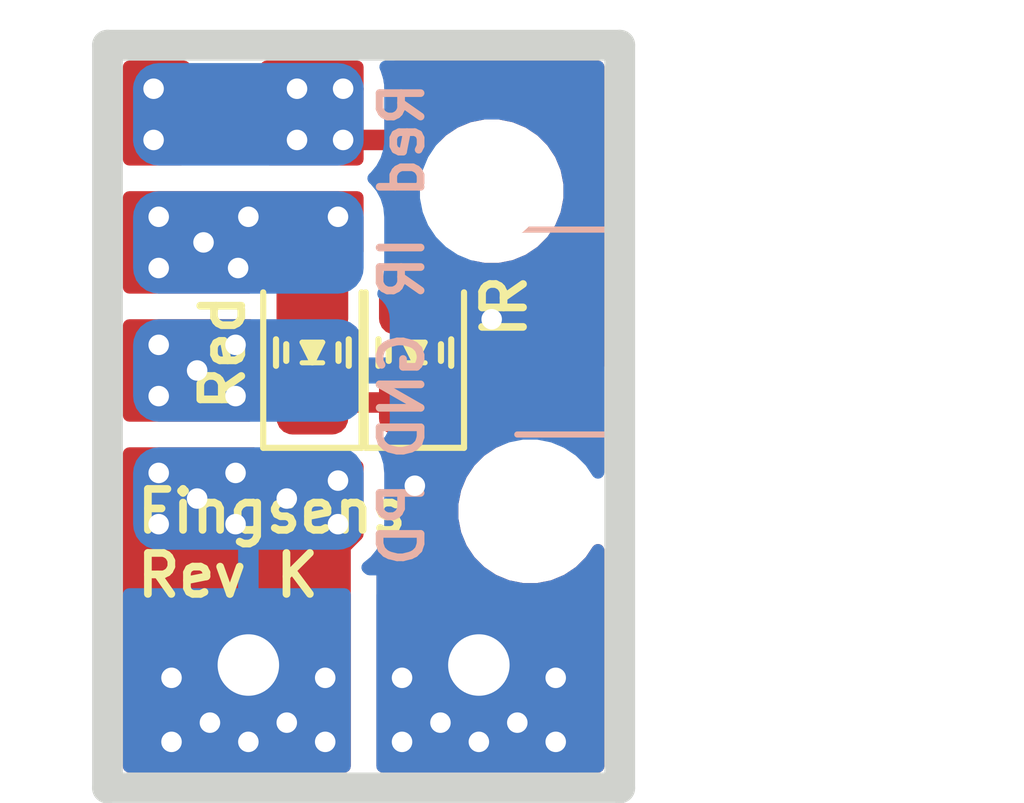
<source format=kicad_pcb>
(kicad_pcb (version 20171130) (host pcbnew "(5.1.0-0)")

  (general
    (thickness 1.6)
    (drawings 21)
    (tracks 54)
    (zones 0)
    (modules 7)
    (nets 5)
  )

  (page A4)
  (title_block
    (title "Finger sensor")
    (date 2020-04-27)
    (rev "Test proto")
    (company POxiM)
    (comment 1 "By Arthur Admiraal")
    (comment 2 "Infrared and red transmissivity sensor")
  )

  (layers
    (0 F.Cu signal)
    (31 B.Cu signal)
    (32 B.Adhes user)
    (33 F.Adhes user)
    (34 B.Paste user)
    (35 F.Paste user)
    (36 B.SilkS user)
    (37 F.SilkS user)
    (38 B.Mask user)
    (39 F.Mask user)
    (40 Dwgs.User user)
    (41 Cmts.User user)
    (42 Eco1.User user)
    (43 Eco2.User user)
    (44 Edge.Cuts user)
    (45 Margin user)
    (46 B.CrtYd user)
    (47 F.CrtYd user)
    (48 B.Fab user)
    (49 F.Fab user)
  )

  (setup
    (last_trace_width 0.4)
    (user_trace_width 0.4)
    (user_trace_width 0.5)
    (user_trace_width 1)
    (user_trace_width 2)
    (user_trace_width 2.5)
    (trace_clearance 0.4)
    (zone_clearance 0.4)
    (zone_45_only no)
    (trace_min 0.4)
    (via_size 0.8)
    (via_drill 0.4)
    (via_min_size 0.4)
    (via_min_drill 0.3)
    (user_via 0.6 0.3)
    (uvia_size 0.3)
    (uvia_drill 0.1)
    (uvias_allowed no)
    (uvia_min_size 0.2)
    (uvia_min_drill 0.1)
    (edge_width 0.05)
    (segment_width 0.2)
    (pcb_text_width 0.3)
    (pcb_text_size 1.5 1.5)
    (mod_edge_width 0.12)
    (mod_text_size 1 1)
    (mod_text_width 0.15)
    (pad_size 0.5 0.5)
    (pad_drill 0)
    (pad_to_mask_clearance 0.051)
    (solder_mask_min_width 0.25)
    (aux_axis_origin 0 0)
    (grid_origin 104 93)
    (visible_elements FFFFFF7F)
    (pcbplotparams
      (layerselection 0x310fc_ffffffff)
      (usegerberextensions false)
      (usegerberattributes false)
      (usegerberadvancedattributes false)
      (creategerberjobfile false)
      (excludeedgelayer true)
      (linewidth 0.100000)
      (plotframeref false)
      (viasonmask false)
      (mode 1)
      (useauxorigin false)
      (hpglpennumber 1)
      (hpglpenspeed 20)
      (hpglpendiameter 15.000000)
      (psnegative false)
      (psa4output false)
      (plotreference true)
      (plotvalue true)
      (plotinvisibletext false)
      (padsonsilk false)
      (subtractmaskfromsilk false)
      (outputformat 1)
      (mirror false)
      (drillshape 0)
      (scaleselection 1)
      (outputdirectory "Fabrication"))
  )

  (net 0 "")
  (net 1 /Photodiode)
  (net 2 /LED.IR)
  (net 3 /LED.Red)
  (net 4 GND)

  (net_class Default "Dit is de standaard class."
    (clearance 0.4)
    (trace_width 0.4)
    (via_dia 0.8)
    (via_drill 0.4)
    (uvia_dia 0.3)
    (uvia_drill 0.1)
    (diff_pair_width 0.4)
    (diff_pair_gap 0.4)
    (add_net /LED.IR)
    (add_net /LED.Red)
    (add_net /Photodiode)
    (add_net GND)
  )

  (module POxiM-uncategorised:AlignmentHole_2mm (layer F.Cu) (tedit 5F031E59) (tstamp 5F0371C6)
    (at 112.25 71.5)
    (descr "Mounting Hole 2.2mm, no annular, M2")
    (tags "mounting hole 2.2mm no annular m2")
    (path /5F04A2B3)
    (clearance 0.4)
    (attr virtual)
    (fp_text reference H4 (at 0 0) (layer F.SilkS) hide
      (effects (font (size 1 1) (thickness 0.15)))
    )
    (fp_text value "M2 alignment hole" (at 0 3.2) (layer F.Fab) hide
      (effects (font (size 1 1) (thickness 0.15)))
    )
    (fp_circle (center 0 0) (end 2.45 0) (layer F.CrtYd) (width 0.05))
    (fp_circle (center 0 0) (end 2.2 0) (layer Cmts.User) (width 0.15))
    (fp_text user %R (at 0.3 0) (layer F.Fab)
      (effects (font (size 1 1) (thickness 0.15)))
    )
    (pad "" np_thru_hole circle (at 0 0) (size 2 2) (drill 2) (layers *.Cu *.Mask))
  )

  (module POxiM-uncategorised:LED_0805_2012Metric_0603_1608Metric (layer F.Cu) (tedit 5EFDDFDD) (tstamp 5EF07F41)
    (at 110 68.4 90)
    (descr "LED SMD 0805 (2012 Metric), square (rectangular) end terminal, IPC_7351 nominal, (Body size source: https://docs.google.com/spreadsheets/d/1BsfQQcO9C6DZCsRaXUlFlo91Tg2WpOkGARC1WS5S8t0/edit?usp=sharing), generated with kicad-footprint-generator")
    (tags diode)
    (path /5EE0E1BF)
    (attr smd)
    (fp_text reference D3 (at 0 -1.65 90) (layer F.SilkS) hide
      (effects (font (size 1 1) (thickness 0.15)))
    )
    (fp_text value "Red (660nm)" (at 0 -2 90) (layer F.Fab) hide
      (effects (font (size 1 1) (thickness 0.15)))
    )
    (fp_line (start 1.175 -0.96) (end -1.86 -0.96) (layer F.SilkS) (width 0.12))
    (fp_line (start -1.86 -0.96) (end -1.86 0.96) (layer F.SilkS) (width 0.12))
    (fp_line (start -1.86 0.96) (end 1.175 0.96) (layer F.SilkS) (width 0.12))
    (fp_line (start -1.855 0.95) (end -1.855 -0.95) (layer F.CrtYd) (width 0.05))
    (fp_line (start -1.855 -0.95) (end 1.855 -0.95) (layer F.CrtYd) (width 0.05))
    (fp_line (start 1.855 -0.95) (end 1.855 0.95) (layer F.CrtYd) (width 0.05))
    (fp_line (start 1.855 0.95) (end -1.855 0.95) (layer F.CrtYd) (width 0.05))
    (fp_line (start -0.2 0.2) (end -0.2 -0.2) (layer F.SilkS) (width 0.1))
    (fp_line (start -0.2 0) (end 0.2 -0.2) (layer F.SilkS) (width 0.1))
    (fp_line (start -0.2 0) (end 0.2 0.2) (layer F.SilkS) (width 0.1))
    (fp_line (start 0.2 0.2) (end 0.2 -0.2) (layer F.SilkS) (width 0.1))
    (fp_poly (pts (xy 0.2 -0.2) (xy -0.2 0) (xy 0.2 0.2)) (layer F.SilkS) (width 0.1))
    (fp_line (start -0.8 -0.1) (end -0.8 0.4) (layer F.Fab) (width 0.1))
    (fp_text user %R (at 0 0 90) (layer F.Fab)
      (effects (font (size 0.4 0.4) (thickness 0.06)))
    )
    (fp_line (start -0.8 0.4) (end 0.8 0.4) (layer F.Fab) (width 0.1))
    (fp_line (start -0.5 -0.4) (end -0.8 -0.1) (layer F.Fab) (width 0.1))
    (fp_line (start 0.8 -0.4) (end -0.5 -0.4) (layer F.Fab) (width 0.1))
    (fp_line (start 0.8 0.4) (end 0.8 -0.4) (layer F.Fab) (width 0.1))
    (fp_line (start -0.162779 0.51) (end 0.162779 0.51) (layer F.SilkS) (width 0.12))
    (fp_line (start -0.162779 -0.51) (end 0.162779 -0.51) (layer F.SilkS) (width 0.12))
    (fp_line (start -0.258578 -0.71) (end 0.258578 -0.71) (layer F.SilkS) (width 0.12))
    (fp_line (start -0.258578 0.71) (end 0.258578 0.71) (layer F.SilkS) (width 0.12))
    (pad 1 smd roundrect (at -0.975 0 90) (size 1.25 1.4) (layers F.Cu F.Paste F.Mask) (roundrect_rratio 0.25)
      (net 4 GND))
    (pad 2 smd roundrect (at 0.975 0 90) (size 1.25 1.4) (layers F.Cu F.Paste F.Mask) (roundrect_rratio 0.25)
      (net 3 /LED.Red))
    (model ${KISYS3DMOD}/LED_SMD.3dshapes/LED_0805_2012Metric.wrl
      (at (xyz 0 0 0))
      (scale (xyz 1 1 1))
      (rotate (xyz 0 0 0))
    )
    (model ${KISYS3DMOD}/LED_SMD.3dshapes/LED_0805_2012Metric.step
      (at (xyz 0 0 0))
      (scale (xyz 1 1 1))
      (rotate (xyz 0 0 0))
    )
    (model ${KISYS3DMOD}/LED_SMD.3dshapes/LED_0603_1608Metric.wrl
      (at (xyz 0 0 0))
      (scale (xyz 1 1 1))
      (rotate (xyz 0 0 0))
    )
    (model ${KISYS3DMOD}/LED_SMD.3dshapes/LED_0603_1608Metric.step
      (at (xyz 0 0 0))
      (scale (xyz 1 1 1))
      (rotate (xyz 0 0 0))
    )
  )

  (module POxiM-uncategorised:Fiducial_1mm_Mask2mm (layer F.Cu) (tedit 5F019CCE) (tstamp 5EFEAF72)
    (at 112.5 69.25)
    (descr "Circular Fiducial, 1mm bare copper, 2mm soldermask opening (Level A)")
    (tags fiducial)
    (path /5F04D563)
    (attr smd)
    (fp_text reference FID4 (at 0 -2) (layer F.SilkS) hide
      (effects (font (size 1 1) (thickness 0.15)))
    )
    (fp_text value Fiducial (at 0 2) (layer F.Fab) hide
      (effects (font (size 1 1) (thickness 0.15)))
    )
    (fp_circle (center 0 0) (end 1.25 0) (layer F.CrtYd) (width 0.05))
    (fp_text user %R (at 0 0) (layer F.Fab)
      (effects (font (size 0.4 0.4) (thickness 0.06)))
    )
    (fp_circle (center 0 0) (end 1 0) (layer F.Fab) (width 0.1))
    (pad "" smd circle (at 0 0) (size 1 1) (layers F.Cu F.Mask)
      (solder_mask_margin 0.5) (clearance 0.6))
  )

  (module POxiM-uncategorised:AlignmentHole_2mm (layer F.Cu) (tedit 5F031E59) (tstamp 5EFEA389)
    (at 111.5 65.25)
    (descr "Mounting Hole 2.2mm, no annular, M2")
    (tags "mounting hole 2.2mm no annular m2")
    (path /5F049B3D)
    (clearance 0.4)
    (attr virtual)
    (fp_text reference H3 (at 0 0) (layer F.SilkS) hide
      (effects (font (size 1 1) (thickness 0.15)))
    )
    (fp_text value "M2 alignment hole" (at 0 3.2) (layer F.Fab) hide
      (effects (font (size 1 1) (thickness 0.15)))
    )
    (fp_circle (center 0 0) (end 2.45 0) (layer F.CrtYd) (width 0.05))
    (fp_circle (center 0 0) (end 2.2 0) (layer Cmts.User) (width 0.15))
    (fp_text user %R (at 0.3 0) (layer F.Fab)
      (effects (font (size 1 1) (thickness 0.15)))
    )
    (pad "" np_thru_hole circle (at 0 0) (size 2 2) (drill 2) (layers *.Cu *.Mask))
  )

  (module POxiM-uncategorised:LED_0805_2012Metric_0603_1608Metric (layer F.Cu) (tedit 5EFDDFDD) (tstamp 5F17F3EA)
    (at 108 68.4 90)
    (descr "LED SMD 0805 (2012 Metric), square (rectangular) end terminal, IPC_7351 nominal, (Body size source: https://docs.google.com/spreadsheets/d/1BsfQQcO9C6DZCsRaXUlFlo91Tg2WpOkGARC1WS5S8t0/edit?usp=sharing), generated with kicad-footprint-generator")
    (tags diode)
    (path /5EE0E711)
    (attr smd)
    (fp_text reference D2 (at 0 -1.65 90) (layer F.SilkS) hide
      (effects (font (size 1 1) (thickness 0.15)))
    )
    (fp_text value "IR (940nm)" (at 0 1.75 90) (layer F.Fab) hide
      (effects (font (size 1 1) (thickness 0.15)))
    )
    (fp_line (start 1.175 -0.96) (end -1.86 -0.96) (layer F.SilkS) (width 0.12))
    (fp_line (start -1.86 -0.96) (end -1.86 0.96) (layer F.SilkS) (width 0.12))
    (fp_line (start -1.86 0.96) (end 1.175 0.96) (layer F.SilkS) (width 0.12))
    (fp_line (start -1.855 0.95) (end -1.855 -0.95) (layer F.CrtYd) (width 0.05))
    (fp_line (start -1.855 -0.95) (end 1.855 -0.95) (layer F.CrtYd) (width 0.05))
    (fp_line (start 1.855 -0.95) (end 1.855 0.95) (layer F.CrtYd) (width 0.05))
    (fp_line (start 1.855 0.95) (end -1.855 0.95) (layer F.CrtYd) (width 0.05))
    (fp_line (start -0.2 0.2) (end -0.2 -0.2) (layer F.SilkS) (width 0.1))
    (fp_line (start -0.2 0) (end 0.2 -0.2) (layer F.SilkS) (width 0.1))
    (fp_line (start -0.2 0) (end 0.2 0.2) (layer F.SilkS) (width 0.1))
    (fp_line (start 0.2 0.2) (end 0.2 -0.2) (layer F.SilkS) (width 0.1))
    (fp_poly (pts (xy 0.2 -0.2) (xy -0.2 0) (xy 0.2 0.2)) (layer F.SilkS) (width 0.1))
    (fp_line (start -0.8 -0.1) (end -0.8 0.4) (layer F.Fab) (width 0.1))
    (fp_text user %R (at 0 0 90) (layer F.Fab)
      (effects (font (size 0.4 0.4) (thickness 0.06)))
    )
    (fp_line (start -0.8 0.4) (end 0.8 0.4) (layer F.Fab) (width 0.1))
    (fp_line (start -0.5 -0.4) (end -0.8 -0.1) (layer F.Fab) (width 0.1))
    (fp_line (start 0.8 -0.4) (end -0.5 -0.4) (layer F.Fab) (width 0.1))
    (fp_line (start 0.8 0.4) (end 0.8 -0.4) (layer F.Fab) (width 0.1))
    (fp_line (start -0.162779 0.51) (end 0.162779 0.51) (layer F.SilkS) (width 0.12))
    (fp_line (start -0.162779 -0.51) (end 0.162779 -0.51) (layer F.SilkS) (width 0.12))
    (fp_line (start -0.258578 -0.71) (end 0.258578 -0.71) (layer F.SilkS) (width 0.12))
    (fp_line (start -0.258578 0.71) (end 0.258578 0.71) (layer F.SilkS) (width 0.12))
    (pad 1 smd roundrect (at -0.975 0 90) (size 1.25 1.4) (layers F.Cu F.Paste F.Mask) (roundrect_rratio 0.25)
      (net 4 GND))
    (pad 2 smd roundrect (at 0.975 0 90) (size 1.25 1.4) (layers F.Cu F.Paste F.Mask) (roundrect_rratio 0.25)
      (net 2 /LED.IR))
    (model ${KISYS3DMOD}/LED_SMD.3dshapes/LED_0805_2012Metric.wrl
      (at (xyz 0 0 0))
      (scale (xyz 1 1 1))
      (rotate (xyz 0 0 0))
    )
    (model ${KISYS3DMOD}/LED_SMD.3dshapes/LED_0805_2012Metric.step
      (at (xyz 0 0 0))
      (scale (xyz 1 1 1))
      (rotate (xyz 0 0 0))
    )
    (model ${KISYS3DMOD}/LED_SMD.3dshapes/LED_0603_1608Metric.wrl
      (at (xyz 0 0 0))
      (scale (xyz 1 1 1))
      (rotate (xyz 0 0 0))
    )
    (model ${KISYS3DMOD}/LED_SMD.3dshapes/LED_0603_1608Metric.step
      (at (xyz 0 0 0))
      (scale (xyz 1 1 1))
      (rotate (xyz 0 0 0))
    )
  )

  (module POxiM-uncategorised:Fiducial_1mm_Mask2mm (layer F.Cu) (tedit 5F019CCE) (tstamp 5EFE47CA)
    (at 106.3 63.75)
    (descr "Circular Fiducial, 1mm bare copper, 2mm soldermask opening (Level A)")
    (tags fiducial)
    (path /5F04D55D)
    (attr smd)
    (fp_text reference FID3 (at 0 -2) (layer F.SilkS) hide
      (effects (font (size 1 1) (thickness 0.15)))
    )
    (fp_text value Fiducial (at 0 2) (layer F.Fab) hide
      (effects (font (size 1 1) (thickness 0.15)))
    )
    (fp_circle (center 0 0) (end 1.25 0) (layer F.CrtYd) (width 0.05))
    (fp_text user %R (at 0 0) (layer F.Fab)
      (effects (font (size 0.4 0.4) (thickness 0.06)))
    )
    (fp_circle (center 0 0) (end 1 0) (layer F.Fab) (width 0.1))
    (pad "" smd circle (at 0 0) (size 1 1) (layers F.Cu F.Mask)
      (solder_mask_margin 0.5) (clearance 0.6))
  )

  (module POxiM-uncategorised:Finger-CableConnection (layer B.Cu) (tedit 5EFD01C1) (tstamp 5EFE9E96)
    (at 106.75 67.5 180)
    (path /5EA73172)
    (clearance 0.4)
    (fp_text reference J3 (at 2.5 0) (layer B.SilkS) hide
      (effects (font (size 1 1) (thickness 0.15)) (justify left mirror))
    )
    (fp_text value "To readout unit" (at 4 0 270) (layer B.Fab)
      (effects (font (size 1 1) (thickness 0.15)) (justify mirror))
    )
    (pad 4 smd roundrect (at 0 -3.75) (size 4.5 2) (layers B.Cu B.Mask) (roundrect_rratio 0.25)
      (net 1 /Photodiode))
    (pad 3 smd roundrect (at 0 -1.25) (size 4.5 2) (layers B.Cu B.Mask) (roundrect_rratio 0.25)
      (net 4 GND))
    (pad 2 smd roundrect (at 0 1.25 180) (size 4.5 2) (layers B.Cu B.Mask) (roundrect_rratio 0.25)
      (net 2 /LED.IR))
    (pad 1 smd roundrect (at 0 3.75 180) (size 4.5 2) (layers B.Cu B.Mask) (roundrect_rratio 0.25)
      (net 3 /LED.Red))
  )

  (gr_text IR (at 109.75 66.75 90) (layer B.SilkS) (tstamp 5EE139B5)
    (effects (font (size 0.8 0.8) (thickness 0.15)) (justify mirror))
  )
  (gr_text GND (at 109.75 69.25 90) (layer B.SilkS)
    (effects (font (size 0.8 0.8) (thickness 0.15)) (justify mirror))
  )
  (gr_text PD (at 109.75 71.75 90) (layer B.SilkS) (tstamp 5EE139BC)
    (effects (font (size 0.8 0.8) (thickness 0.15)) (justify mirror))
  )
  (gr_text IR (at 111.75 67.5 90) (layer F.SilkS) (tstamp 5F037E78)
    (effects (font (size 0.8 0.8) (thickness 0.15)))
  )
  (gr_text Red (at 109.75 64.25 90) (layer B.SilkS) (tstamp 5EE139B1)
    (effects (font (size 0.8 0.8) (thickness 0.15)) (justify mirror))
  )
  (gr_text Fingsens (at 104.5 71.5) (layer F.SilkS) (tstamp 5EE0DF05)
    (effects (font (size 0.8 0.8) (thickness 0.15)) (justify left))
  )
  (gr_text Red (at 106.25 68.4 90) (layer F.SilkS) (tstamp 5F0379B9)
    (effects (font (size 0.8 0.8) (thickness 0.15)))
  )
  (gr_text "Rev K" (at 104.5 72.75) (layer F.SilkS) (tstamp 5F037EB2)
    (effects (font (size 0.8 0.8) (thickness 0.15)) (justify left))
  )
  (gr_poly (pts (xy 109.75 73.75) (xy 112.75 73.75) (xy 112.75 76.325) (xy 109.75 76.325)) (layer F.Mask) (width 0.55) (tstamp 5EEA7E16))
  (gr_line (start 114 76.9) (end 114 62.4) (layer Edge.Cuts) (width 0.6) (tstamp 5EE0DC18))
  (gr_line (start 109 69) (end 108.5 69) (layer Cmts.User) (width 0.15) (tstamp 5EE0DC33))
  (gr_line (start 109 69) (end 109 68.5) (layer Cmts.User) (width 0.15) (tstamp 5EE0DC32))
  (gr_line (start 104 62.4) (end 114 62.4) (layer Edge.Cuts) (width 0.6) (tstamp 5EE0DC22))
  (gr_line (start 104 76.9) (end 104 62.4) (layer Edge.Cuts) (width 0.6) (tstamp 5EE0DC1D))
  (gr_line (start 109 69) (end 109.5 69) (layer Cmts.User) (width 0.15) (tstamp 5EE0DC34))
  (gr_poly (pts (xy 105.25 73.75) (xy 108.25 73.75) (xy 108.25 76.325) (xy 105.25 76.325)) (layer F.Mask) (width 0.55) (tstamp 5EEA7E15))
  (gr_line (start 112 66) (end 114 66) (layer B.SilkS) (width 0.12) (tstamp 5EFEB244))
  (gr_line (start 112 70) (end 114 70) (layer B.SilkS) (width 0.12) (tstamp 5EFEB241))
  (gr_line (start 109 69) (end 109 69.5) (layer Cmts.User) (width 0.15) (tstamp 5EE0DC35))
  (gr_line (start 104 76.9) (end 114 76.9) (layer Edge.Cuts) (width 0.6) (tstamp 5F17F423))
  (dimension 14.5 (width 0.15) (layer Margin)
    (gr_text "14.500 mm" (at 120.55 69.65 90) (layer Margin)
      (effects (font (size 1 1) (thickness 0.15)))
    )
    (feature1 (pts (xy 114 62.4) (xy 119.836421 62.4)))
    (feature2 (pts (xy 114 76.9) (xy 119.836421 76.9)))
    (crossbar (pts (xy 119.25 76.9) (xy 119.25 62.4)))
    (arrow1a (pts (xy 119.25 62.4) (xy 119.836421 63.526504)))
    (arrow1b (pts (xy 119.25 62.4) (xy 118.663579 63.526504)))
    (arrow2a (pts (xy 119.25 76.9) (xy 119.836421 75.773496)))
    (arrow2b (pts (xy 119.25 76.9) (xy 118.663579 75.773496)))
  )

  (segment (start 106.75 71.75) (end 106.75 74.25) (width 0.4) (layer B.Cu) (net 1))
  (segment (start 105 73.75) (end 105 75) (width 0.4) (layer F.Cu) (net 1))
  (via (at 106 75.625) (size 0.8) (drill 0.4) (layers F.Cu B.Cu) (net 1) (tstamp 5EED1B08))
  (via (at 105.25 74.75) (size 0.8) (drill 0.4) (layers F.Cu B.Cu) (net 1) (tstamp 5EED1B08))
  (via (at 105.75 71.25) (size 0.8) (drill 0.4) (layers F.Cu B.Cu) (net 1) (tstamp 5EFEA980))
  (via (at 108.25 74.75) (size 0.8) (drill 0.4) (layers F.Cu B.Cu) (net 1) (tstamp 5EED1B08))
  (via (at 106.5 70.75) (size 0.8) (drill 0.4) (layers F.Cu B.Cu) (net 1) (tstamp 5EFEA980))
  (via (at 106.75 74.5) (size 1.8) (drill 1.2) (layers F.Cu B.Cu) (net 1) (tstamp 5EEDD412))
  (via (at 105.25 76) (size 0.8) (drill 0.4) (layers F.Cu B.Cu) (net 1))
  (via (at 105 70.75) (size 0.8) (drill 0.4) (layers F.Cu B.Cu) (net 1) (tstamp 5EFEA980))
  (via (at 105 71.75) (size 0.8) (drill 0.4) (layers F.Cu B.Cu) (net 1) (tstamp 5EFEA980))
  (via (at 107.5 75.625) (size 0.8) (drill 0.4) (layers F.Cu B.Cu) (net 1) (tstamp 5EED1B08))
  (via (at 106.5 71.75) (size 0.8) (drill 0.4) (layers F.Cu B.Cu) (net 1) (tstamp 5EFEA980))
  (via (at 106.75 76) (size 0.8) (drill 0.4) (layers F.Cu B.Cu) (net 1) (tstamp 5EED1B08))
  (via (at 108.25 76) (size 0.8) (drill 0.4) (layers F.Cu B.Cu) (net 1) (tstamp 5EED1B08))
  (via (at 108.5 71.75) (size 0.8) (drill 0.4) (layers F.Cu B.Cu) (net 1) (tstamp 5F17EF5F))
  (via (at 108.5 70.9) (size 0.8) (drill 0.4) (layers F.Cu B.Cu) (net 1) (tstamp 5F17EF61))
  (via (at 107.5 71.25) (size 0.8) (drill 0.4) (layers F.Cu B.Cu) (net 1) (tstamp 5F17EF63))
  (via (at 105 65.75) (size 0.8) (drill 0.4) (layers F.Cu B.Cu) (net 2) (tstamp 5EFEA6D3))
  (via (at 106.55 66.75) (size 0.8) (drill 0.4) (layers F.Cu B.Cu) (net 2) (tstamp 5EFEA980))
  (via (at 105.875 66.25) (size 0.8) (drill 0.4) (layers F.Cu B.Cu) (net 2) (tstamp 5EFEA6D3))
  (via (at 105 66.75) (size 0.8) (drill 0.4) (layers F.Cu B.Cu) (net 2) (tstamp 5EFEA6D3))
  (via (at 108.5 65.75) (size 0.8) (drill 0.4) (layers F.Cu B.Cu) (net 2) (tstamp 5EFEA6D3))
  (via (at 106.75 65.75) (size 0.8) (drill 0.4) (layers F.Cu B.Cu) (net 2) (tstamp 5EFEA980))
  (segment (start 108 67.425) (end 108 66) (width 0.4) (layer F.Cu) (net 2))
  (segment (start 109.75 66) (end 109.75 64.5) (width 0.4) (layer F.Cu) (net 3))
  (segment (start 110 66.25) (end 109.75 66) (width 0.4) (layer F.Cu) (net 3))
  (segment (start 109.75 64.5) (end 109.5 64.25) (width 0.4) (layer F.Cu) (net 3))
  (segment (start 109.5 64.25) (end 108.75 64.25) (width 0.4) (layer F.Cu) (net 3))
  (via (at 108.6 63.25) (size 0.8) (drill 0.4) (layers F.Cu B.Cu) (net 3) (tstamp 5EFEA6D3))
  (via (at 107.7 63.25) (size 0.8) (drill 0.4) (layers F.Cu B.Cu) (net 3) (tstamp 5EFEA980))
  (via (at 108.6 64.25) (size 0.8) (drill 0.4) (layers F.Cu B.Cu) (net 3) (tstamp 5EFEA6D3))
  (via (at 107.7 64.25) (size 0.8) (drill 0.4) (layers F.Cu B.Cu) (net 3) (tstamp 5EFEA980))
  (via (at 104.9 64.25) (size 0.8) (drill 0.4) (layers F.Cu B.Cu) (net 3) (tstamp 5EFEA6D3))
  (via (at 104.9 63.25) (size 0.8) (drill 0.4) (layers F.Cu B.Cu) (net 3) (tstamp 5EFEA6D3))
  (segment (start 110 66.25) (end 110 67.425) (width 0.4) (layer F.Cu) (net 3))
  (via (at 112 75.625) (size 0.8) (drill 0.4) (layers F.Cu B.Cu) (net 4) (tstamp 5EED1B08))
  (via (at 105.75 68.75) (size 0.8) (drill 0.4) (layers F.Cu B.Cu) (net 4) (tstamp 5EFEA980))
  (via (at 105 68.25) (size 0.8) (drill 0.4) (layers F.Cu B.Cu) (net 4) (tstamp 5EFEA6D3))
  (via (at 109.75 76) (size 0.8) (drill 0.4) (layers F.Cu B.Cu) (net 4) (tstamp 5EED1B08))
  (via (at 106.5 69.25) (size 0.8) (drill 0.4) (layers F.Cu B.Cu) (net 4) (tstamp 5EFEA980))
  (via (at 106.5 68.25) (size 0.8) (drill 0.4) (layers F.Cu B.Cu) (net 4) (tstamp 5EFEA980))
  (via (at 112.75 74.75) (size 0.8) (drill 0.4) (layers F.Cu B.Cu) (net 4) (tstamp 5EED1B08))
  (via (at 112.75 76) (size 0.8) (drill 0.4) (layers F.Cu B.Cu) (net 4) (tstamp 5EED1B08))
  (via (at 110.5 75.625) (size 0.8) (drill 0.4) (layers F.Cu B.Cu) (net 4) (tstamp 5EED1B08))
  (via (at 111.25 74.5) (size 1.8) (drill 1.2) (layers F.Cu B.Cu) (net 4) (tstamp 5EEDD411))
  (via (at 111.5 67.75) (size 0.8) (drill 0.4) (layers F.Cu B.Cu) (net 4) (tstamp 5F037804))
  (via (at 111.25 76) (size 0.8) (drill 0.4) (layers F.Cu B.Cu) (net 4) (tstamp 5EED1B08))
  (via (at 109.75 74.75) (size 0.8) (drill 0.4) (layers F.Cu B.Cu) (net 4) (tstamp 5EED1B08))
  (via (at 105 69.25) (size 0.8) (drill 0.4) (layers F.Cu B.Cu) (net 4) (tstamp 5EFEA6D3))
  (via (at 110 71) (size 0.8) (drill 0.4) (layers F.Cu B.Cu) (net 4) (tstamp 5F17F041))
  (segment (start 106.625 69.375) (end 106.5 69.25) (width 0.4) (layer F.Cu) (net 4))
  (segment (start 110 69.375) (end 106.625 69.375) (width 0.4) (layer F.Cu) (net 4))
  (segment (start 110 69.375) (end 111.199999 69.375) (width 0.4) (layer F.Cu) (net 4))

  (zone (net 1) (net_name /Photodiode) (layer F.Cu) (tstamp 5EFEAE23) (hatch edge 0.508)
    (priority 1)
    (connect_pads no (clearance 0))
    (min_thickness 0.25)
    (fill yes (arc_segments 32) (thermal_gap 0.508) (thermal_bridge_width 0.508))
    (polygon
      (pts
        (xy 104 76.75) (xy 104 70.25) (xy 106.9 70.25) (xy 107.25 70.5) (xy 109 70.5)
        (xy 109 72) (xy 108.75 72.25) (xy 108.75 76.75)
      )
    )
    (filled_polygon
      (pts
        (xy 107.177345 70.601717) (xy 107.198585 70.613936) (xy 107.221801 70.621778) (xy 107.25 70.625) (xy 108.875 70.625)
        (xy 108.875 71.948224) (xy 108.661612 72.161612) (xy 108.646066 72.180554) (xy 108.634515 72.202165) (xy 108.627402 72.225614)
        (xy 108.625 72.25) (xy 108.625 76.475) (xy 104.425 76.475) (xy 104.425 70.375) (xy 106.859941 70.375)
      )
    )
  )
  (zone (net 3) (net_name /LED.Red) (layer F.Cu) (tstamp 0) (hatch edge 0.508)
    (connect_pads no (clearance 0))
    (min_thickness 0.25)
    (fill yes (arc_segments 32) (thermal_gap 0.508) (thermal_bridge_width 0.508))
    (polygon
      (pts
        (xy 104 62.5) (xy 109 62.5) (xy 109 64.75) (xy 104 64.75)
      )
    )
    (filled_polygon
      (pts
        (xy 105.348481 62.969108) (xy 105.214419 63.169745) (xy 105.122076 63.392681) (xy 105.075 63.629348) (xy 105.075 63.870652)
        (xy 105.122076 64.107319) (xy 105.214419 64.330255) (xy 105.348481 64.530892) (xy 105.442589 64.625) (xy 104.425 64.625)
        (xy 104.425 62.825) (xy 105.492589 62.825)
      )
    )
    (filled_polygon
      (pts
        (xy 108.875 64.625) (xy 107.157411 64.625) (xy 107.251519 64.530892) (xy 107.385581 64.330255) (xy 107.477924 64.107319)
        (xy 107.525 63.870652) (xy 107.525 63.629348) (xy 107.477924 63.392681) (xy 107.385581 63.169745) (xy 107.251519 62.969108)
        (xy 107.107411 62.825) (xy 108.875 62.825)
      )
    )
  )
  (zone (net 4) (net_name GND) (layer F.Cu) (tstamp 5EF06EB9) (hatch edge 0.508)
    (connect_pads no (clearance 0))
    (min_thickness 0.25)
    (fill yes (arc_segments 32) (thermal_gap 0.508) (thermal_bridge_width 0.508))
    (polygon
      (pts
        (xy 113.875 76.75) (xy 109.25 76.75) (xy 109.25 72.5) (xy 109.5 72.25) (xy 109.5 69.75)
        (xy 104 69.75) (xy 104 67.75) (xy 109.5 67.75) (xy 109.5 62.5) (xy 114 62.5)
      )
    )
    (filled_polygon
      (pts
        (xy 113.575001 68.65391) (xy 113.451519 68.469108) (xy 113.280892 68.298481) (xy 113.080255 68.164419) (xy 112.857319 68.072076)
        (xy 112.620652 68.025) (xy 112.379348 68.025) (xy 112.142681 68.072076) (xy 111.919745 68.164419) (xy 111.719108 68.298481)
        (xy 111.548481 68.469108) (xy 111.414419 68.669745) (xy 111.322076 68.892681) (xy 111.275 69.129348) (xy 111.275 69.370652)
        (xy 111.322076 69.607319) (xy 111.414419 69.830255) (xy 111.548481 70.030892) (xy 111.625583 70.107994) (xy 111.527642 70.148562)
        (xy 111.277869 70.315455) (xy 111.065455 70.527869) (xy 110.898562 70.777642) (xy 110.783605 71.055174) (xy 110.725 71.349801)
        (xy 110.725 71.650199) (xy 110.783605 71.944826) (xy 110.898562 72.222358) (xy 111.065455 72.472131) (xy 111.277869 72.684545)
        (xy 111.527642 72.851438) (xy 111.805174 72.966395) (xy 112.099801 73.025) (xy 112.400199 73.025) (xy 112.694826 72.966395)
        (xy 112.972358 72.851438) (xy 113.222131 72.684545) (xy 113.434545 72.472131) (xy 113.575 72.261925) (xy 113.575 76.475)
        (xy 109.375 76.475) (xy 109.375 72.551776) (xy 109.588388 72.338388) (xy 109.603934 72.319446) (xy 109.615485 72.297835)
        (xy 109.622598 72.274386) (xy 109.625 72.25) (xy 109.625 70.52754) (xy 110.3875 70.52754) (xy 110.551384 70.511399)
        (xy 110.708969 70.463596) (xy 110.854201 70.385968) (xy 110.981498 70.281498) (xy 111.085968 70.154201) (xy 111.163596 70.008969)
        (xy 111.211399 69.851384) (xy 111.22754 69.6875) (xy 111.22754 69.0625) (xy 111.211399 68.898616) (xy 111.163596 68.741031)
        (xy 111.085968 68.595799) (xy 110.981498 68.468502) (xy 110.898028 68.4) (xy 110.981498 68.331498) (xy 111.085968 68.204201)
        (xy 111.163596 68.058969) (xy 111.211399 67.901384) (xy 111.22754 67.7375) (xy 111.22754 67.1125) (xy 111.211399 66.948616)
        (xy 111.163596 66.791031) (xy 111.131855 66.731648) (xy 111.349801 66.775) (xy 111.650199 66.775) (xy 111.944826 66.716395)
        (xy 112.222358 66.601438) (xy 112.472131 66.434545) (xy 112.684545 66.222131) (xy 112.851438 65.972358) (xy 112.966395 65.694826)
        (xy 113.025 65.400199) (xy 113.025 65.099801) (xy 112.966395 64.805174) (xy 112.851438 64.527642) (xy 112.684545 64.277869)
        (xy 112.472131 64.065455) (xy 112.222358 63.898562) (xy 111.944826 63.783605) (xy 111.650199 63.725) (xy 111.349801 63.725)
        (xy 111.055174 63.783605) (xy 110.777642 63.898562) (xy 110.527869 64.065455) (xy 110.405309 64.188015) (xy 110.355731 64.095263)
        (xy 110.265132 63.984868) (xy 110.237472 63.962168) (xy 110.037832 63.762528) (xy 110.015132 63.734868) (xy 109.904737 63.644269)
        (xy 109.778788 63.576947) (xy 109.642125 63.535491) (xy 109.625 63.533804) (xy 109.625 62.825) (xy 113.575001 62.825)
      )
    )
    (filled_polygon
      (pts
        (xy 106.788601 67.901384) (xy 106.836404 68.058969) (xy 106.914032 68.204201) (xy 107.018502 68.331498) (xy 107.101972 68.4)
        (xy 107.018502 68.468502) (xy 106.914032 68.595799) (xy 106.836404 68.741031) (xy 106.788601 68.898616) (xy 106.77246 69.0625)
        (xy 106.77246 69.625) (xy 104.425 69.625) (xy 104.425 67.875) (xy 106.786002 67.875)
      )
    )
  )
  (zone (net 4) (net_name GND) (layer B.Cu) (tstamp 5EF06EAD) (hatch edge 0.508)
    (connect_pads yes (clearance 0))
    (min_thickness 0.25)
    (fill yes (arc_segments 32) (thermal_gap 0.508) (thermal_bridge_width 0.508))
    (polygon
      (pts
        (xy 113.3 73) (xy 113.3 76.75) (xy 109.25 76.75) (xy 109.25 73)
      )
    )
    (filled_polygon
      (pts
        (xy 113.175 76.475) (xy 109.375 76.475) (xy 109.375 73.125) (xy 113.175 73.125)
      )
    )
  )
  (zone (net 1) (net_name /Photodiode) (layer B.Cu) (tstamp 5EF06EB0) (hatch edge 0.508)
    (priority 1)
    (connect_pads no (clearance 0))
    (min_thickness 0.25)
    (fill yes (arc_segments 32) (thermal_gap 0.508) (thermal_bridge_width 0.508))
    (polygon
      (pts
        (xy 104 76.75) (xy 104 73) (xy 108.75 73) (xy 108.75 76.75)
      )
    )
    (filled_polygon
      (pts
        (xy 108.625 76.475) (xy 104.425 76.475) (xy 104.425 73.125) (xy 108.625 73.125)
      )
    )
  )
  (zone (net 2) (net_name /LED.IR) (layer F.Cu) (tstamp 5EFEAB81) (hatch edge 0.508)
    (connect_pads no (clearance 0))
    (min_thickness 0.25)
    (fill yes (arc_segments 32) (thermal_gap 0.508) (thermal_bridge_width 0.508))
    (polygon
      (pts
        (xy 104 65.25) (xy 109 65.25) (xy 109 67.25) (xy 104 67.25)
      )
    )
    (filled_polygon
      (pts
        (xy 108.875 66.431101) (xy 108.854201 66.414032) (xy 108.708969 66.336404) (xy 108.551384 66.288601) (xy 108.3875 66.27246)
        (xy 107.6125 66.27246) (xy 107.448616 66.288601) (xy 107.291031 66.336404) (xy 107.145799 66.414032) (xy 107.018502 66.518502)
        (xy 106.914032 66.645799) (xy 106.836404 66.791031) (xy 106.788601 66.948616) (xy 106.77246 67.1125) (xy 106.77246 67.125)
        (xy 104.425 67.125) (xy 104.425 65.375) (xy 108.875 65.375)
      )
    )
  )
  (zone (net 4) (net_name GND) (layer B.Cu) (tstamp 5EF06EAA) (hatch edge 0.508)
    (connect_pads (clearance 0))
    (min_thickness 0.25)
    (fill yes (arc_segments 32) (thermal_gap 0.508) (thermal_bridge_width 0.508))
    (polygon
      (pts
        (xy 104 72.75) (xy 109.25 72.75) (xy 109.25 76.9) (xy 114 76.9) (xy 114 62.5)
        (xy 104 62.5)
      )
    )
    (filled_polygon
      (pts
        (xy 113.575 70.738075) (xy 113.434545 70.527869) (xy 113.222131 70.315455) (xy 112.972358 70.148562) (xy 112.694826 70.033605)
        (xy 112.400199 69.975) (xy 112.099801 69.975) (xy 111.805174 70.033605) (xy 111.527642 70.148562) (xy 111.277869 70.315455)
        (xy 111.065455 70.527869) (xy 110.898562 70.777642) (xy 110.783605 71.055174) (xy 110.725 71.349801) (xy 110.725 71.650199)
        (xy 110.783605 71.944826) (xy 110.898562 72.222358) (xy 111.065455 72.472131) (xy 111.277869 72.684545) (xy 111.527642 72.851438)
        (xy 111.805174 72.966395) (xy 112.099801 73.025) (xy 112.400199 73.025) (xy 112.694826 72.966395) (xy 112.972358 72.851438)
        (xy 113.222131 72.684545) (xy 113.434545 72.472131) (xy 113.575 72.261925) (xy 113.575 76.475) (xy 109.375 76.475)
        (xy 109.375 72.75) (xy 109.372598 72.725614) (xy 109.365485 72.702165) (xy 109.353934 72.680554) (xy 109.338388 72.661612)
        (xy 109.319446 72.646066) (xy 109.297835 72.634515) (xy 109.274386 72.627402) (xy 109.25 72.625) (xy 109.116638 72.625)
        (xy 109.081185 72.595904) (xy 109.226581 72.476581) (xy 109.354368 72.320871) (xy 109.449323 72.143223) (xy 109.507796 71.950463)
        (xy 109.52754 71.75) (xy 109.52754 70.75) (xy 109.507796 70.549537) (xy 109.449323 70.356777) (xy 109.391122 70.247891)
        (xy 109.449764 70.199764) (xy 109.528867 70.103378) (xy 109.587646 69.993411) (xy 109.623841 69.87409) (xy 109.636063 69.75)
        (xy 109.633 69.03725) (xy 109.47475 68.879) (xy 106.879 68.879) (xy 106.879 68.899) (xy 106.621 68.899)
        (xy 106.621 68.879) (xy 106.601 68.879) (xy 106.601 68.621) (xy 106.621 68.621) (xy 106.621 68.601)
        (xy 106.879 68.601) (xy 106.879 68.621) (xy 109.47475 68.621) (xy 109.633 68.46275) (xy 109.636063 67.75)
        (xy 109.623841 67.62591) (xy 109.587646 67.506589) (xy 109.528867 67.396622) (xy 109.449764 67.300236) (xy 109.391122 67.252109)
        (xy 109.449323 67.143223) (xy 109.507796 66.950463) (xy 109.52754 66.75) (xy 109.52754 65.75) (xy 109.507796 65.549537)
        (xy 109.449323 65.356777) (xy 109.354368 65.179129) (xy 109.289266 65.099801) (xy 109.975 65.099801) (xy 109.975 65.400199)
        (xy 110.033605 65.694826) (xy 110.148562 65.972358) (xy 110.315455 66.222131) (xy 110.527869 66.434545) (xy 110.777642 66.601438)
        (xy 111.055174 66.716395) (xy 111.349801 66.775) (xy 111.650199 66.775) (xy 111.944826 66.716395) (xy 112.222358 66.601438)
        (xy 112.472131 66.434545) (xy 112.684545 66.222131) (xy 112.851438 65.972358) (xy 112.966395 65.694826) (xy 113.025 65.400199)
        (xy 113.025 65.099801) (xy 112.966395 64.805174) (xy 112.851438 64.527642) (xy 112.684545 64.277869) (xy 112.472131 64.065455)
        (xy 112.222358 63.898562) (xy 111.944826 63.783605) (xy 111.650199 63.725) (xy 111.349801 63.725) (xy 111.055174 63.783605)
        (xy 110.777642 63.898562) (xy 110.527869 64.065455) (xy 110.315455 64.277869) (xy 110.148562 64.527642) (xy 110.033605 64.805174)
        (xy 109.975 65.099801) (xy 109.289266 65.099801) (xy 109.226581 65.023419) (xy 109.198045 65) (xy 109.226581 64.976581)
        (xy 109.354368 64.820871) (xy 109.449323 64.643223) (xy 109.479388 64.544113) (xy 109.489453 64.519813) (xy 109.494584 64.494017)
        (xy 109.507796 64.450463) (xy 109.512257 64.405168) (xy 109.525 64.341105) (xy 109.525 64.275789) (xy 109.52754 64.25)
        (xy 109.52754 63.25) (xy 109.525 63.224211) (xy 109.525 63.158895) (xy 109.512257 63.094832) (xy 109.507796 63.049537)
        (xy 109.494584 63.005983) (xy 109.489453 62.980187) (xy 109.479388 62.955887) (xy 109.449323 62.856777) (xy 109.432338 62.825)
        (xy 113.575001 62.825)
      )
    )
  )
)

</source>
